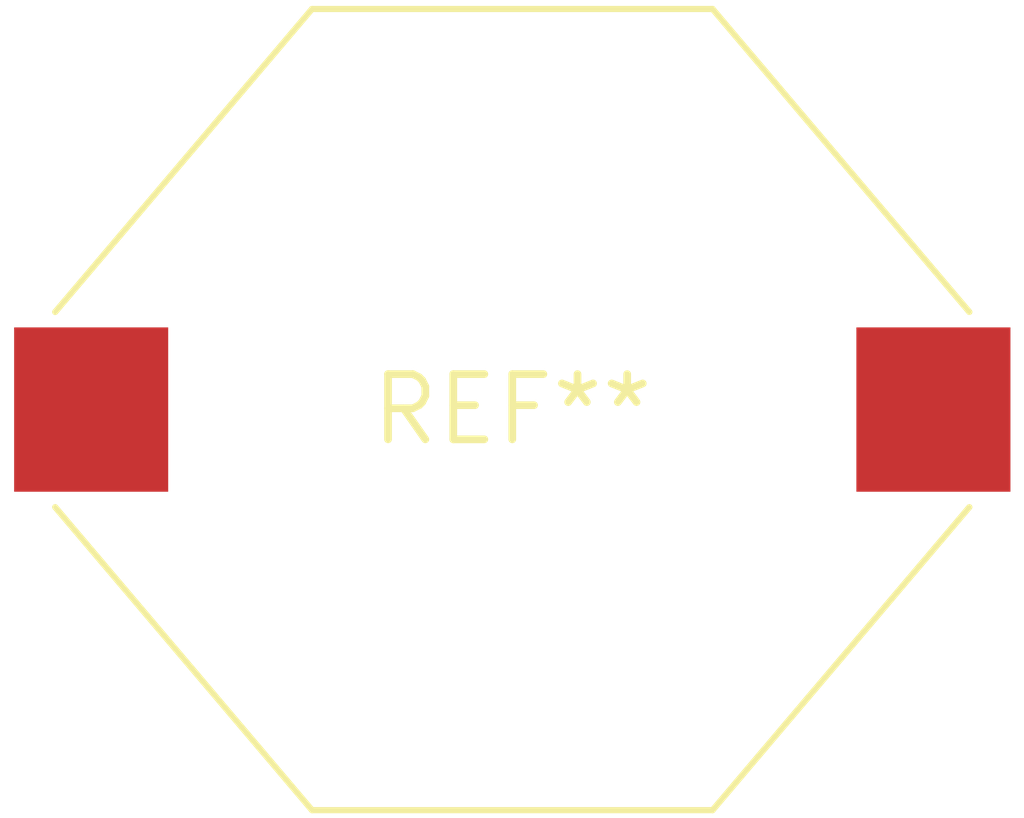
<source format=kicad_pcb>
(kicad_pcb (version 20240108) (generator pcbnew)
  (layers (0 "F.Cu" signal) (31 "B.Cu" signal) (34 "B.Paste" user) (35 "F.Paste" user) (36 "B.SilkS" user "B.Silkscreen") (37 "F.SilkS" user "F.Silkscreen") (38 "B.Mask" user) (39 "F.Mask" user) (44 "Edge.Cuts" user))
  (net 0 "")
  (footprint "L_Neosid_SM-NE150" (layer "F.Cu") (at 0 0)
    (property "Reference" "REF**")
    (property "Value" "L_Neosid_SM-NE150")
    (fp_line (start -8.9 1.9) (end -3.9 7.8) (layer "F.SilkS") (stroke (width 0.12)))
    (fp_line (start -3.9 -7.8) (end -8.9 -1.9) (layer "F.SilkS") (stroke (width 0.12)))
    (fp_line (start -3.9 -7.8) (end 3.9 -7.8) (layer "F.SilkS") (stroke (width 0.12)))
    (fp_line (start -3.9 7.8) (end 3.9 7.8) (layer "F.SilkS") (stroke (width 0.12)))
    (fp_line (start 3.9 -7.8) (end 8.9 -1.9) (layer "F.SilkS") (stroke (width 0.12)))
    (fp_line (start 3.9 7.8) (end 8.9 1.9) (layer "F.SilkS") (stroke (width 0.12)))
    (pad "1" smd rect (at -8.2 0 180) (size 3 3.2) (layers "F.Cu" "F.Paste" "F.Mask"))
    (pad "2" smd rect (at 8.2 0) (size 3 3.2) (layers "F.Cu" "F.Paste" "F.Mask"))
  )
)
</source>
